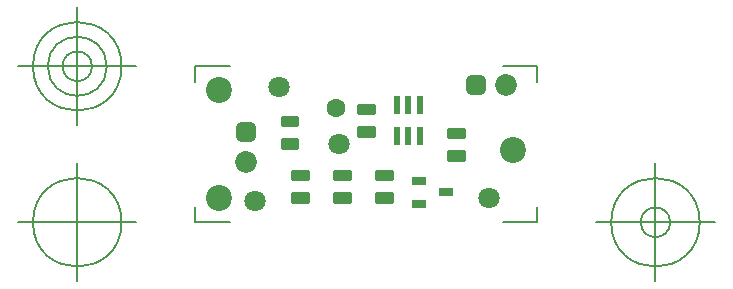
<source format=gbr>
G04 Generated by Ultiboard 14.0 *
%FSLAX34Y34*%
%MOMM*%

%ADD10C,0.0001*%
%ADD11C,0.1270*%
%ADD12C,1.6000*%
%ADD13R,1.2000X0.6800*%
%ADD14R,1.1800X0.5700*%
%ADD15C,0.4200*%
%ADD16R,0.5800X1.5000*%
%ADD17C,1.8500*%
%ADD18R,0.7051X0.7051*%
%ADD19C,0.9949*%
%ADD20C,2.2000*%
%ADD21C,1.8000*%
%ADD22R,1.1800X0.5800*%


G04 ColorRGB FF00CC for the following layer *
%LNSolder Mask Top*%
%LPD*%
G54D10*
G54D11*
X-12700Y873760D02*
X-12700Y886968D01*
X-12700Y873760D02*
X16256Y873760D01*
X276860Y873760D02*
X247904Y873760D01*
X276860Y873760D02*
X276860Y886968D01*
X276860Y1005840D02*
X276860Y992632D01*
X276860Y1005840D02*
X247904Y1005840D01*
X-12700Y1005840D02*
X16256Y1005840D01*
X-12700Y1005840D02*
X-12700Y992632D01*
X-62700Y873760D02*
X-162700Y873760D01*
X-112700Y823760D02*
X-112700Y923760D01*
X-150200Y873760D02*
G75*
D01*
G02X-150200Y873760I37500J0*
G01*
X326860Y873760D02*
X426860Y873760D01*
X376860Y823760D02*
X376860Y923760D01*
X339360Y873760D02*
G75*
D01*
G02X339360Y873760I37500J0*
G01*
X364360Y873760D02*
G75*
D01*
G02X364360Y873760I12500J0*
G01*
X-62700Y1005840D02*
X-162700Y1005840D01*
X-112700Y955840D02*
X-112700Y1055840D01*
X-150200Y1005840D02*
G75*
D01*
G02X-150200Y1005840I37500J0*
G01*
X-137700Y1005840D02*
G75*
D01*
G02X-137700Y1005840I25000J0*
G01*
X-125200Y1005840D02*
G75*
D01*
G02X-125200Y1005840I12500J0*
G01*
G54D12*
X106680Y970280D03*
G54D13*
X176460Y889660D03*
X199460Y899160D03*
X176460Y908660D03*
G54D14*
X208280Y930275D03*
X208280Y949325D03*
X76200Y894715D03*
X76200Y913765D03*
X67000Y940435D03*
X67000Y959485D03*
G54D15*
X202380Y927425D02*
X214180Y927425D01*
X214180Y933125D01*
X202380Y933125D01*
X202380Y927425D01*D02*
X202380Y946475D02*
X214180Y946475D01*
X214180Y952175D01*
X202380Y952175D01*
X202380Y946475D01*D02*
X70300Y891865D02*
X82100Y891865D01*
X82100Y897565D01*
X70300Y897565D01*
X70300Y891865D01*D02*
X70300Y910915D02*
X82100Y910915D01*
X82100Y916615D01*
X70300Y916615D01*
X70300Y910915D01*D02*
X61100Y937585D02*
X72900Y937585D01*
X72900Y943285D01*
X61100Y943285D01*
X61100Y937585D01*D02*
X61100Y956635D02*
X72900Y956635D01*
X72900Y962335D01*
X61100Y962335D01*
X61100Y956635D01*D02*
X126180Y947695D02*
X137980Y947695D01*
X137980Y953495D01*
X126180Y953495D01*
X126180Y947695D01*D02*
X126180Y966745D02*
X137980Y966745D01*
X137980Y972545D01*
X126180Y972545D01*
X126180Y966745D01*D02*
X105860Y891815D02*
X117660Y891815D01*
X117660Y897615D01*
X105860Y897615D01*
X105860Y891815D01*D02*
X105860Y910865D02*
X117660Y910865D01*
X117660Y916665D01*
X105860Y916665D01*
X105860Y910865D01*D02*
X141420Y891815D02*
X153220Y891815D01*
X153220Y897615D01*
X141420Y897615D01*
X141420Y891815D01*D02*
X141420Y910865D02*
X153220Y910865D01*
X153220Y916665D01*
X141420Y916665D01*
X141420Y910865D01*D02*
G54D16*
X158140Y947120D03*
X177140Y947120D03*
X167640Y947120D03*
X158140Y973120D03*
X167640Y973120D03*
X177140Y973120D03*
G54D17*
X250400Y990000D03*
X30000Y924600D03*
G54D18*
X225000Y990000D03*
X30000Y950000D03*
G54D19*
X221475Y986475D02*
X228525Y986475D01*
X228525Y993525D01*
X221475Y993525D01*
X221475Y986475D01*D02*
X26475Y946475D02*
X33525Y946475D01*
X33525Y953525D01*
X26475Y953525D01*
X26475Y946475D01*D02*
G54D20*
X7620Y985520D03*
X7620Y894080D03*
X256540Y934720D03*
G54D21*
X58420Y988060D03*
X109220Y939800D03*
X38100Y891540D03*
X236220Y894080D03*
G54D22*
X132080Y950595D03*
X132080Y969645D03*
X111760Y894715D03*
X111760Y913765D03*
X147320Y894715D03*
X147320Y913765D03*

M02*

</source>
